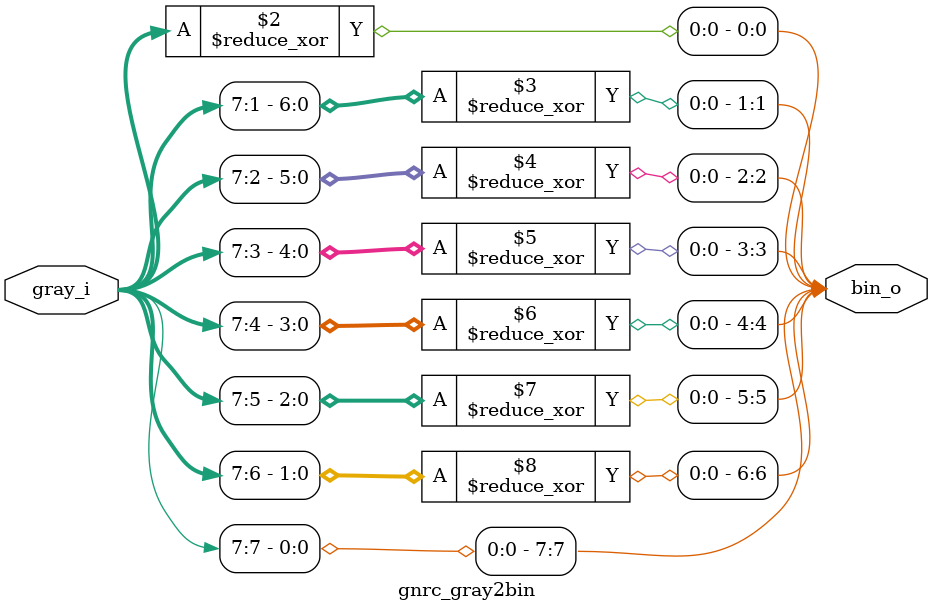
<source format=sv>
/*----------------------------------------------------------------
| Convert N bit GRAY code to N bit BINARY code.
| for example: 
| 1101 -> 1001
| 1111 -> 1010
| 1110 -> 1011
| 1100 -> 1010
-----------------------------------------------------------------*/
module gnrc_gray2bin #(
    /* gray code bit width @range: ">=1" */
    parameter int N = 8
)(
    /* gray code input */
    input  logic [N-1:0] gray_i,
    /* binary code output */
    output logic [N-1:0] bin_o
);
    for (genvar i = 0; i < N; i++)
        assign bin_o[i] = ^gray_i[N-1:i];
endmodule
</source>
